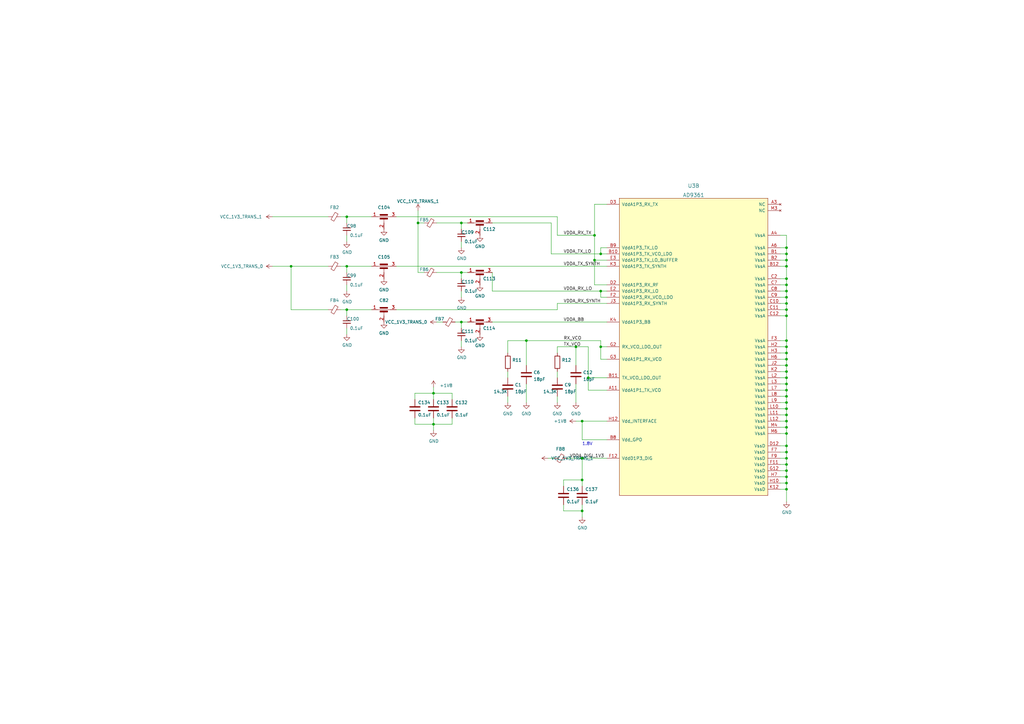
<source format=kicad_sch>
(kicad_sch (version 20220126) (generator eeschema)
  (paper "A3")
  (lib_symbols
    (symbol "7z010_ddr:AD9361" (pin_names (offset 1.016))
      (property "Reference" "U3" (at 0 82.55 0))
      (property "Value" "AD9361" (at 0 78.74 0))
      (symbol "AD9361_1_1"
        (rectangle (start -30.48 77.47) (end 30.48 -77.47) (fill (type background)))
        (pin input line (at -35.56 -6.35 0) (length 5.08) (name "RX2A-") (number "A1"))
        (pin output line (at -35.56 52.07 0) (length 5.08) (name "TX2B+") (number "A10"))
        (pin input line (at -35.56 36.83 0) (length 5.08) (name "TX_EXT_LO_IN") (number "A12"))
        (pin input line (at -35.56 -3.81 0) (length 5.08) (name "RX2A+") (number "A2"))
        (pin input line (at -35.56 41.91 0) (length 5.08) (name "TXMON2") (number "A5"))
        (pin output line (at -35.56 57.15 0) (length 5.08) (name "TX2A-") (number "A7"))
        (pin output line (at -35.56 59.69 0) (length 5.08) (name "TX2A+") (number "A8"))
        (pin output line (at -35.56 49.53 0) (length 5.08) (name "TX2B-") (number "A9"))
        (pin output line (at -35.56 -46.99 0) (length 5.08) (name "AUXDAC1") (number "B3"))
        (pin output line (at -35.56 -62.23 0) (length 5.08) (name "GPO_3") (number "B4"))
        (pin output line (at -35.56 -59.69 0) (length 5.08) (name "GPO_2") (number "B5"))
        (pin output line (at -35.56 -57.15 0) (length 5.08) (name "GPO_1") (number "B6"))
        (pin output line (at -35.56 -54.61 0) (length 5.08) (name "GPO_0") (number "B7"))
        (pin input line (at -35.56 -21.59 0) (length 5.08) (name "RX2C-") (number "C1"))
        (pin output line (at -35.56 -49.53 0) (length 5.08) (name "AUXDAC2") (number "C3"))
        (pin input line (at 35.56 -19.05 180) (length 5.08) (name "TEST/ENABLE") (number "C4"))
        (pin input line (at 35.56 -46.99 180) (length 5.08) (name "CTRL_IN0") (number "C5"))
        (pin input line (at 35.56 -49.53 180) (length 5.08) (name "CTRL_IN1") (number "C6"))
        (pin input line (at -35.56 -19.05 0) (length 5.08) (name "RX2C+") (number "D1"))
        (pin bidirectional line (at 35.56 67.31 180) (length 5.08) (name "P0_D3/TX_D1+") (number "D10"))
        (pin bidirectional line (at 35.56 72.39 180) (length 5.08) (name "P0_D1/TX_D0+") (number "D11"))
        (pin output line (at 35.56 -57.15 180) (length 5.08) (name "CTRL_OUT0") (number "D4"))
        (pin input line (at 35.56 -54.61 180) (length 5.08) (name "CTRL_IN3") (number "D5"))
        (pin input line (at 35.56 -52.07 180) (length 5.08) (name "CTRL_IN2") (number "D6"))
        (pin bidirectional line (at 35.56 52.07 180) (length 5.08) (name "P0_D9/TX_D4+") (number "D7"))
        (pin bidirectional line (at 35.56 57.15 180) (length 5.08) (name "P0_D7/TX_D3+") (number "D8"))
        (pin bidirectional line (at 35.56 62.23 180) (length 5.08) (name "P0_D5/TX_D2+") (number "D9"))
        (pin input line (at -35.56 -11.43 0) (length 5.08) (name "RX2B+") (number "E1"))
        (pin bidirectional line (at 35.56 64.77 180) (length 5.08) (name "P0_D4/TX_D2-") (number "E10"))
        (pin bidirectional line (at 35.56 69.85 180) (length 5.08) (name "P0_D2/TX_D1-") (number "E11"))
        (pin bidirectional line (at 35.56 74.93 180) (length 5.08) (name "P0_D0/TX_D0-") (number "E12"))
        (pin output line (at 35.56 -59.69 180) (length 5.08) (name "CTRL_OUT1") (number "E4"))
        (pin output line (at 35.56 -62.23 180) (length 5.08) (name "CTRL_OUT2") (number "E5"))
        (pin output line (at 35.56 -64.77 180) (length 5.08) (name "CTRL_OUT3") (number "E6"))
        (pin bidirectional line (at 35.56 46.99 180) (length 5.08) (name "P0_D11/TX_D5+") (number "E7"))
        (pin bidirectional line (at 35.56 54.61 180) (length 5.08) (name "P0_D8/TX_D4-") (number "E8"))
        (pin bidirectional line (at 35.56 59.69 180) (length 5.08) (name "P0_D6/TX_D3-") (number "E9"))
        (pin input line (at -35.56 -13.97 0) (length 5.08) (name "RX2B-") (number "F1"))
        (pin input line (at 35.56 -6.35 180) (length 5.08) (name "FB_CLK+") (number "F10"))
        (pin output line (at 35.56 -72.39 180) (length 5.08) (name "CTRL_OUT6") (number "F4"))
        (pin output line (at 35.56 -69.85 180) (length 5.08) (name "CTRL_OUT5") (number "F5"))
        (pin output line (at 35.56 -67.31 180) (length 5.08) (name "CTRL_OUT4") (number "F6"))
        (pin bidirectional line (at 35.56 49.53 180) (length 5.08) (name "P0_D10/TX_D5-") (number "F8"))
        (pin input line (at -35.56 -29.21 0) (length 5.08) (name "RX_EXT_LO_IN") (number "G1"))
        (pin input line (at 35.56 -8.89 180) (length 5.08) (name "FB_CLK-") (number "G10"))
        (pin output line (at 35.56 -3.81 180) (length 5.08) (name "DATA_CLK+") (number "G11"))
        (pin output line (at 35.56 -74.93 180) (length 5.08) (name "CTRL_OUT7") (number "G4"))
        (pin input line (at 35.56 -29.21 180) (length 5.08) (name "EN_AGC") (number "G5"))
        (pin input line (at 35.56 -16.51 180) (length 5.08) (name "ENABLE") (number "G6"))
        (pin output line (at 35.56 6.35 180) (length 5.08) (name "RX_FRAME-") (number "G7"))
        (pin output line (at 35.56 3.81 180) (length 5.08) (name "RX_FRAME+") (number "G8"))
        (pin input line (at 35.56 41.91 180) (length 5.08) (name "TX_FRAME+") (number "G9"))
        (pin input line (at -35.56 11.43 0) (length 5.08) (name "RX1B+") (number "H1"))
        (pin output line (at 35.56 -1.27 180) (length 5.08) (name "DATA_CLK-") (number "H11"))
        (pin output line (at 35.56 -26.67 180) (length 5.08) (name "TX~{RX}") (number "H4"))
        (pin input line (at 35.56 -21.59 180) (length 5.08) (name "SYNC_IN") (number "H5"))
        (pin bidirectional line (at 35.56 8.89 180) (length 5.08) (name "P1_D11/RX_D5+") (number "H8"))
        (pin input line (at 35.56 44.45 180) (length 5.08) (name "TX_FRAME-") (number "H9"))
        (pin input line (at -35.56 8.89 0) (length 5.08) (name "RX1B-") (number "J1"))
        (pin bidirectional line (at 35.56 24.13 180) (length 5.08) (name "P1_D5/RX_D2+") (number "J10"))
        (pin bidirectional line (at 35.56 29.21 180) (length 5.08) (name "P1_D3/RX_D1+") (number "J11"))
        (pin bidirectional line (at 35.56 34.29 180) (length 5.08) (name "P1_D1/RX_D0+") (number "J12"))
        (pin input line (at 35.56 -39.37 180) (length 5.08) (name "SPI_MOSI") (number "J4"))
        (pin input line (at 35.56 -36.83 180) (length 5.08) (name "SPI_CLK") (number "J5"))
        (pin output line (at 35.56 -24.13 180) (length 5.08) (name "CLK_OUT") (number "J6"))
        (pin bidirectional line (at 35.56 11.43 180) (length 5.08) (name "P1_D10/RX_D5-") (number "J7"))
        (pin bidirectional line (at 35.56 13.97 180) (length 5.08) (name "P1_D9/RX_D4+") (number "J8"))
        (pin bidirectional line (at 35.56 19.05 180) (length 5.08) (name "P1_D7/RX_D3+") (number "J9"))
        (pin input line (at -35.56 3.81 0) (length 5.08) (name "RX1C+") (number "K1"))
        (pin bidirectional line (at 35.56 31.75 180) (length 5.08) (name "P1_D2/RX_D1-") (number "K10"))
        (pin bidirectional line (at 35.56 36.83 180) (length 5.08) (name "P1_D0/RX_D0-") (number "K11"))
        (pin input line (at 35.56 -13.97 180) (length 5.08) (name "~{RESET}") (number "K5"))
        (pin input line (at 35.56 -34.29 180) (length 5.08) (name "SPI_~{EN}") (number "K6"))
        (pin bidirectional line (at 35.56 16.51 180) (length 5.08) (name "P1_D8/RX_D4-") (number "K7"))
        (pin bidirectional line (at 35.56 21.59 180) (length 5.08) (name "P1_D6/RX_D3-") (number "K8"))
        (pin bidirectional line (at 35.56 26.67 180) (length 5.08) (name "P1_D4/RX_D2-") (number "K9"))
        (pin input line (at -35.56 1.27 0) (length 5.08) (name "RX1C-") (number "L1"))
        (pin bidirectional line (at -35.56 -74.93 0) (length 5.08) (name "RBIAS") (number "L4"))
        (pin input line (at -35.56 -44.45 0) (length 5.08) (name "AUXADC") (number "L5"))
        (pin output line (at 35.56 -41.91 180) (length 5.08) (name "SPI_MISO") (number "L6"))
        (pin input line (at -35.56 19.05 0) (length 5.08) (name "RX1A+") (number "M1"))
        (pin output line (at -35.56 64.77 0) (length 5.08) (name "TX1B-") (number "M10"))
        (pin bidirectional line (at -35.56 -67.31 0) (length 5.08) (name "XTALP") (number "M11"))
        (pin bidirectional line (at -35.56 -69.85 0) (length 5.08) (name "XTALN") (number "M12"))
        (pin input line (at -35.56 16.51 0) (length 5.08) (name "RX1A-") (number "M2"))
        (pin input line (at -35.56 44.45 0) (length 5.08) (name "TXMON1") (number "M5"))
        (pin output line (at -35.56 74.93 0) (length 5.08) (name "TX1A+") (number "M7"))
        (pin output line (at -35.56 72.39 0) (length 5.08) (name "TX1A-") (number "M8"))
        (pin output line (at -35.56 67.31 0) (length 5.08) (name "TX1B+") (number "M9"))
      )
      (symbol "AD9361_2_1"
        (rectangle (start -30.48 60.96) (end 30.48 -60.96) (fill (type background)))
        (pin power_in line (at -35.56 -17.78 0) (length 5.08) (name "VddA1P1_TX_VCO") (number "A11"))
        (pin no_connect line (at 35.56 58.42 180) (length 5.08) (name "NC") (number "A3"))
        (pin power_in line (at 35.56 45.72 180) (length 5.08) (name "VssA") (number "A4"))
        (pin power_in line (at 35.56 40.64 180) (length 5.08) (name "VssA") (number "A6"))
        (pin power_in line (at 35.56 38.1 180) (length 5.08) (name "VssA") (number "B1"))
        (pin power_in line (at -35.56 38.1 0) (length 5.08) (name "VddA1P3_TX_VCO_LDO") (number "B10"))
        (pin power_out line (at -35.56 -12.7 0) (length 5.08) (name "TX_VCO_LDO_OUT") (number "B11"))
        (pin power_in line (at 35.56 33.02 180) (length 5.08) (name "VssA") (number "B12"))
        (pin power_in line (at 35.56 35.56 180) (length 5.08) (name "VssA") (number "B2"))
        (pin power_in line (at -35.56 -38.1 0) (length 5.08) (name "Vdd_GPO") (number "B8"))
        (pin power_in line (at -35.56 40.64 0) (length 5.08) (name "VddA1P3_TX_LO") (number "B9"))
        (pin power_in line (at 35.56 17.78 180) (length 5.08) (name "VssA") (number "C10"))
        (pin power_in line (at 35.56 15.24 180) (length 5.08) (name "VssA") (number "C11"))
        (pin power_in line (at 35.56 12.7 180) (length 5.08) (name "VssA") (number "C12"))
        (pin power_in line (at 35.56 27.94 180) (length 5.08) (name "VssA") (number "C2"))
        (pin power_in line (at 35.56 25.4 180) (length 5.08) (name "VssA") (number "C7"))
        (pin power_in line (at 35.56 22.86 180) (length 5.08) (name "VssA") (number "C8"))
        (pin power_in line (at 35.56 20.32 180) (length 5.08) (name "VssA") (number "C9"))
        (pin power_in line (at 35.56 -40.64 180) (length 5.08) (name "VssD") (number "D12"))
        (pin power_in line (at -35.56 25.4 0) (length 5.08) (name "VddA1P3_RX_RF") (number "D2"))
        (pin power_in line (at -35.56 58.42 0) (length 5.08) (name "VddA1P3_RX_TX") (number "D3"))
        (pin power_in line (at -35.56 22.86 0) (length 5.08) (name "VddA1P3_RX_LO") (number "E2"))
        (pin power_in line (at -35.56 35.56 0) (length 5.08) (name "VddA1P3_TX_LO_BUFFER") (number "E3"))
        (pin power_in line (at 35.56 -48.26 180) (length 5.08) (name "VssD") (number "F11"))
        (pin power_in line (at -35.56 -45.72 0) (length 5.08) (name "VddD1P3_DIG") (number "F12"))
        (pin power_in line (at -35.56 20.32 0) (length 5.08) (name "VddA1P3_RX_VCO_LDO") (number "F2"))
        (pin power_in line (at 35.56 2.54 180) (length 5.08) (name "VssA") (number "F3"))
        (pin power_in line (at 35.56 -43.18 180) (length 5.08) (name "VssD") (number "F7"))
        (pin power_in line (at 35.56 -45.72 180) (length 5.08) (name "VssD") (number "F9"))
        (pin power_in line (at 35.56 -50.8 180) (length 5.08) (name "VssD") (number "G12"))
        (pin power_out line (at -35.56 0 0) (length 5.08) (name "RX_VCO_LDO_OUT") (number "G2"))
        (pin power_in line (at -35.56 -5.08 0) (length 5.08) (name "VddA1P1_RX_VCO") (number "G3"))
        (pin power_in line (at 35.56 -55.88 180) (length 5.08) (name "VssD") (number "H10"))
        (pin power_in line (at -35.56 -30.48 0) (length 5.08) (name "Vdd_INTERFACE") (number "H12"))
        (pin power_in line (at 35.56 0 180) (length 5.08) (name "VssA") (number "H2"))
        (pin power_in line (at 35.56 -2.54 180) (length 5.08) (name "VssA") (number "H3"))
        (pin power_in line (at 35.56 -5.08 180) (length 5.08) (name "VssA") (number "H6"))
        (pin power_in line (at 35.56 -53.34 180) (length 5.08) (name "VssD") (number "H7"))
        (pin power_in line (at 35.56 -7.62 180) (length 5.08) (name "VssA") (number "J2"))
        (pin power_in line (at -35.56 17.78 0) (length 5.08) (name "VddA1P3_RX_SYNTH") (number "J3"))
        (pin power_in line (at 35.56 -58.42 180) (length 5.08) (name "VssD") (number "K12"))
        (pin power_in line (at 35.56 -10.16 180) (length 5.08) (name "VssA") (number "K2"))
        (pin power_in line (at -35.56 33.02 0) (length 5.08) (name "VddA1P3_TX_SYNTH") (number "K3"))
        (pin power_in line (at -35.56 10.16 0) (length 5.08) (name "VddA1P3_BB") (number "K4"))
        (pin power_in line (at 35.56 -25.4 180) (length 5.08) (name "VssA") (number "L10"))
        (pin power_in line (at 35.56 -27.94 180) (length 5.08) (name "VssA") (number "L11"))
        (pin power_in line (at 35.56 -30.48 180) (length 5.08) (name "VssA") (number "L12"))
        (pin power_in line (at 35.56 -12.7 180) (length 5.08) (name "VssA") (number "L2"))
        (pin power_in line (at 35.56 -15.24 180) (length 5.08) (name "VssA") (number "L3"))
        (pin power_in line (at 35.56 -17.78 180) (length 5.08) (name "VssA") (number "L7"))
        (pin power_in line (at 35.56 -20.32 180) (length 5.08) (name "VssA") (number "L8"))
        (pin power_in line (at 35.56 -22.86 180) (length 5.08) (name "VssA") (number "L9"))
        (pin no_connect line (at 35.56 55.88 180) (length 5.08) (name "NC") (number "M3"))
        (pin power_in line (at 35.56 -33.02 180) (length 5.08) (name "VssA") (number "M4"))
        (pin power_in line (at 35.56 -35.56 180) (length 5.08) (name "VssA") (number "M6"))
      )
    )
    (symbol "7z010_ddr:VCC_1V3_TRANS_0" (power) (pin_names (offset 0))
      (property "Value" "VCC_1V3_TRANS_0" (at 0 3.81 0))
      (symbol "VCC_1V3_TRANS_0_0_1"
        (polyline (pts (xy -0.762 1.27) (xy 0 2.54)))
        (polyline (pts (xy 0 0) (xy 0 2.54)))
        (polyline (pts (xy 0 2.54) (xy 0.762 1.27)))
      )
      (symbol "VCC_1V3_TRANS_0_1_1"
        (pin power_in line (at 0 0 90) (length 0) hide (name "VCC_1V3_TRANS_0") (number "1"))
      )
    )
    (symbol "7z010_ddr:VCC_1V3_TRANS_1" (power) (pin_names (offset 0))
      (property "Value" "VCC_1V3_TRANS_1" (at 0 3.81 0))
      (symbol "VCC_1V3_TRANS_1_0_1"
        (polyline (pts (xy -0.762 1.27) (xy 0 2.54)))
        (polyline (pts (xy 0 0) (xy 0 2.54)))
        (polyline (pts (xy 0 2.54) (xy 0.762 1.27)))
      )
      (symbol "VCC_1V3_TRANS_1_1_1"
        (pin power_in line (at 0 0 90) (length 0) hide (name "VCC_1V3_TRANS_1") (number "1"))
      )
    )
    (symbol "Device:C" (pin_numbers hide) (pin_names (offset 0.254))
      (property "Reference" "C" (at 0.635 2.54 0))
      (property "Value" "C" (at 0.635 -2.54 0))
      (symbol "C_0_1"
        (polyline (pts (xy -2.032 -0.762) (xy 2.032 -0.762)) (stroke (width 0.508)))
        (polyline (pts (xy -2.032 0.762) (xy 2.032 0.762)) (stroke (width 0.508)))
      )
      (symbol "C_1_1"
        (pin passive line (at 0 3.81 270) (length 2.794) (name "~") (number "1"))
        (pin passive line (at 0 -3.81 90) (length 2.794) (name "~") (number "2"))
      )
    )
    (symbol "Device:C_Feedthrough" (pin_names (offset 0.254) hide)
      (property "Reference" "C" (at 0 7.62 0))
      (property "Value" "C_Feedthrough" (at 0 5.715 0))
      (symbol "C_Feedthrough_0_1"
        (rectangle (start -1.651 1.524) (end 1.524 2.032) (fill (type outline)))
        (polyline (pts (xy -2.54 2.54) (xy 2.54 2.54)))
        (polyline (pts (xy 0 0) (xy 0 1.778)))
        (rectangle (start 1.524 3.048) (end -1.651 3.556) (fill (type outline)))
      )
      (symbol "C_Feedthrough_1_1"
        (pin passive line (at -5.08 2.54 0) (length 2.54) (name "1") (number "1"))
        (pin passive line (at 0 -2.54 90) (length 2.54) (name "2") (number "2"))
        (pin passive line (at 5.08 2.54 180) (length 2.54) (name "3") (number "3"))
      )
    )
    (symbol "Device:C_Small" (pin_numbers hide) (pin_names (offset 0.254) hide)
      (property "Reference" "C" (at 0.254 1.778 0))
      (property "Value" "C_Small" (at 0.254 -2.032 0))
      (symbol "C_Small_0_1"
        (polyline (pts (xy -1.524 -0.508) (xy 1.524 -0.508)) (stroke (width 0.3302)))
        (polyline (pts (xy -1.524 0.508) (xy 1.524 0.508)) (stroke (width 0.3048)))
      )
      (symbol "C_Small_1_1"
        (pin passive line (at 0 2.54 270) (length 2.032) (name "~") (number "1"))
        (pin passive line (at 0 -2.54 90) (length 2.032) (name "~") (number "2"))
      )
    )
    (symbol "Device:FerriteBead_Small" (pin_numbers hide) (pin_names (offset 0))
      (property "Reference" "FB" (at 1.905 1.27 0))
      (property "Value" "FerriteBead_Small" (at 1.905 -1.27 0))
      (symbol "FerriteBead_Small_0_1"
        (polyline (pts (xy 0 -1.27) (xy 0 -0.7874)))
        (polyline (pts (xy 0 0.889) (xy 0 1.2954)))
        (polyline (pts (xy -1.8288 0.2794) (xy -1.1176 1.4986) (xy 1.8288 -0.2032) (xy 1.1176 -1.4224) (xy -1.8288 0.2794)))
      )
      (symbol "FerriteBead_Small_1_1"
        (pin passive line (at 0 2.54 270) (length 1.27) (name "~") (number "1"))
        (pin passive line (at 0 -2.54 90) (length 1.27) (name "~") (number "2"))
      )
    )
    (symbol "Device:R" (pin_numbers hide) (pin_names (offset 0))
      (property "Reference" "R" (at 2.032 0 90))
      (property "Value" "R" (at 0 0 90))
      (symbol "R_0_1"
        (rectangle (start -1.016 -2.54) (end 1.016 2.54) (stroke (width 0.254)))
      )
      (symbol "R_1_1"
        (pin passive line (at 0 3.81 270) (length 1.27) (name "~") (number "1"))
        (pin passive line (at 0 -3.81 90) (length 1.27) (name "~") (number "2"))
      )
    )
    (symbol "power:+1V8" (power) (pin_names (offset 0))
      (property "Value" "+1V8" (at 0 3.556 0))
      (symbol "+1V8_0_1"
        (polyline (pts (xy -0.762 1.27) (xy 0 2.54)))
        (polyline (pts (xy 0 0) (xy 0 2.54)))
        (polyline (pts (xy 0 2.54) (xy 0.762 1.27)))
      )
      (symbol "+1V8_1_1"
        (pin power_in line (at 0 0 90) (length 0) hide (name "+1V8") (number "1"))
      )
    )
    (symbol "power:GND" (power) (pin_names (offset 0))
      (property "Value" "GND" (at 0 -3.81 0))
      (symbol "GND_0_1"
        (polyline (pts (xy 0 0) (xy 0 -1.27) (xy 1.27 -1.27) (xy 0 -2.54) (xy -1.27 -1.27) (xy 0 -1.27)))
      )
      (symbol "GND_1_1"
        (pin power_in line (at 0 0 270) (length 0) hide (name "GND") (number "1"))
      )
    )
  )
  (junction (at 189.23 91.44))
  (junction (at 322.58 152.4))
  (junction (at 322.58 160.02))
  (junction (at 322.58 106.68))
  (junction (at 322.58 157.48))
  (junction (at 322.58 147.32))
  (junction (at 322.58 162.56))
  (junction (at 322.58 198.12))
  (junction (at 322.58 195.58))
  (junction (at 142.24 127))
  (junction (at 241.3 154.94))
  (junction (at 322.58 119.38))
  (junction (at 322.58 165.1))
  (junction (at 322.58 101.6))
  (junction (at 322.58 167.64))
  (junction (at 322.58 114.3))
  (junction (at 322.58 104.14))
  (junction (at 322.58 154.94))
  (junction (at 246.38 142.24))
  (junction (at 322.58 175.26))
  (junction (at 177.8 173.99))
  (junction (at 189.23 111.76))
  (junction (at 189.23 132.08))
  (junction (at 322.58 177.8))
  (junction (at 322.58 144.78))
  (junction (at 322.58 127))
  (junction (at 322.58 182.88))
  (junction (at 246.38 119.38))
  (junction (at 238.76 209.55))
  (junction (at 322.58 116.84))
  (junction (at 238.76 172.72))
  (junction (at 119.38 109.22))
  (junction (at 322.58 149.86))
  (junction (at 322.58 200.66))
  (junction (at 142.24 109.22))
  (junction (at 322.58 109.22))
  (junction (at 177.8 161.29))
  (junction (at 322.58 142.24))
  (junction (at 322.58 170.18))
  (junction (at 246.38 104.14))
  (junction (at 238.76 196.85))
  (junction (at 322.58 139.7))
  (junction (at 322.58 121.92))
  (junction (at 322.58 124.46))
  (junction (at 322.58 187.96))
  (junction (at 322.58 190.5))
  (junction (at 322.58 193.04))
  (junction (at 243.84 106.68))
  (junction (at 236.22 142.24))
  (junction (at 322.58 172.72))
  (junction (at 322.58 185.42))
  (junction (at 171.45 91.44))
  (junction (at 215.9 139.7))
  (junction (at 238.76 187.96))
  (junction (at 322.58 129.54))
  (junction (at 142.24 88.9))
  (junction (at 243.84 96.52))
  (wire (pts (xy 189.23 111.76) (xy 191.77 111.76)))
  (wire (pts (xy 162.56 127) (xy 228.6 127)))
  (wire (pts (xy 243.84 106.68) (xy 243.84 96.52)))
  (wire (pts (xy 322.58 147.32) (xy 320.04 147.32)))
  (wire (pts (xy 322.58 96.52) (xy 322.58 101.6)))
  (wire (pts (xy 189.23 139.7) (xy 189.23 142.24)))
  (wire (pts (xy 322.58 172.72) (xy 320.04 172.72)))
  (wire (pts (xy 322.58 205.74) (xy 322.58 200.66)))
  (wire (pts (xy 322.58 175.26) (xy 322.58 177.8)))
  (wire (pts (xy 322.58 182.88) (xy 320.04 182.88)))
  (wire (pts (xy 322.58 152.4) (xy 322.58 154.94)))
  (wire (pts (xy 177.8 171.45) (xy 177.8 173.99)))
  (wire (pts (xy 322.58 121.92) (xy 322.58 124.46)))
  (wire (pts (xy 228.6 127) (xy 228.6 124.46)))
  (wire (pts (xy 322.58 142.24) (xy 320.04 142.24)))
  (wire (pts (xy 322.58 193.04) (xy 322.58 195.58)))
  (wire (pts (xy 322.58 104.14) (xy 322.58 106.68)))
  (wire (pts (xy 238.76 187.96) (xy 238.76 196.85)))
  (wire (pts (xy 248.92 119.38) (xy 246.38 119.38)))
  (wire (pts (xy 322.58 124.46) (xy 322.58 127)))
  (wire (pts (xy 322.58 162.56) (xy 320.04 162.56)))
  (wire (pts (xy 201.93 119.38) (xy 246.38 119.38)))
  (wire (pts (xy 177.8 161.29) (xy 177.8 158.75)))
  (wire (pts (xy 162.56 109.22) (xy 248.92 109.22)))
  (wire (pts (xy 246.38 139.7) (xy 215.9 139.7)))
  (wire (pts (xy 322.58 114.3) (xy 322.58 116.84)))
  (wire (pts (xy 111.76 109.22) (xy 119.38 109.22)))
  (wire (pts (xy 215.9 165.1) (xy 215.9 157.48)))
  (wire (pts (xy 201.93 119.38) (xy 201.93 111.76)))
  (wire (pts (xy 171.45 91.44) (xy 171.45 86.36)))
  (wire (pts (xy 322.58 149.86) (xy 320.04 149.86)))
  (wire (pts (xy 243.84 83.82) (xy 248.92 83.82)))
  (wire (pts (xy 322.58 185.42) (xy 322.58 187.96)))
  (wire (pts (xy 322.58 190.5) (xy 322.58 193.04)))
  (wire (pts (xy 322.58 160.02) (xy 320.04 160.02)))
  (wire (pts (xy 228.6 162.56) (xy 228.6 165.1)))
  (wire (pts (xy 179.07 132.08) (xy 181.61 132.08)))
  (wire (pts (xy 177.8 163.83) (xy 177.8 161.29)))
  (wire (pts (xy 208.28 139.7) (xy 208.28 144.78)))
  (wire (pts (xy 243.84 96.52) (xy 243.84 83.82)))
  (wire (pts (xy 322.58 96.52) (xy 320.04 96.52)))
  (wire (pts (xy 322.58 167.64) (xy 322.58 170.18)))
  (wire (pts (xy 322.58 157.48) (xy 322.58 160.02)))
  (wire (pts (xy 170.18 161.29) (xy 177.8 161.29)))
  (wire (pts (xy 162.56 88.9) (xy 228.6 88.9)))
  (wire (pts (xy 322.58 104.14) (xy 320.04 104.14)))
  (wire (pts (xy 243.84 116.84) (xy 243.84 106.68)))
  (wire (pts (xy 189.23 132.08) (xy 191.77 132.08)))
  (wire (pts (xy 322.58 121.92) (xy 320.04 121.92)))
  (wire (pts (xy 322.58 190.5) (xy 320.04 190.5)))
  (wire (pts (xy 170.18 171.45) (xy 170.18 173.99)))
  (wire (pts (xy 185.42 163.83) (xy 185.42 161.29)))
  (wire (pts (xy 241.3 154.94) (xy 241.3 142.24)))
  (wire (pts (xy 185.42 171.45) (xy 185.42 173.99)))
  (wire (pts (xy 215.9 139.7) (xy 208.28 139.7)))
  (wire (pts (xy 246.38 142.24) (xy 248.92 142.24)))
  (wire (pts (xy 189.23 132.08) (xy 189.23 134.62)))
  (wire (pts (xy 179.07 111.76) (xy 189.23 111.76)))
  (wire (pts (xy 322.58 157.48) (xy 320.04 157.48)))
  (wire (pts (xy 139.7 127) (xy 142.24 127)))
  (wire (pts (xy 142.24 134.62) (xy 142.24 137.16)))
  (wire (pts (xy 228.6 152.4) (xy 228.6 154.94)))
  (wire (pts (xy 171.45 111.76) (xy 173.99 111.76)))
  (wire (pts (xy 231.14 199.39) (xy 231.14 196.85)))
  (wire (pts (xy 241.3 154.94) (xy 248.92 154.94)))
  (wire (pts (xy 322.58 177.8) (xy 322.58 182.88)))
  (wire (pts (xy 142.24 88.9) (xy 152.4 88.9)))
  (wire (pts (xy 322.58 182.88) (xy 322.58 185.42)))
  (wire (pts (xy 177.8 176.53) (xy 177.8 173.99)))
  (wire (pts (xy 322.58 165.1) (xy 320.04 165.1)))
  (wire (pts (xy 231.14 207.01) (xy 231.14 209.55)))
  (wire (pts (xy 201.93 91.44) (xy 226.06 91.44)))
  (wire (pts (xy 322.58 119.38) (xy 320.04 119.38)))
  (wire (pts (xy 226.06 104.14) (xy 226.06 91.44)))
  (wire (pts (xy 322.58 152.4) (xy 320.04 152.4)))
  (wire (pts (xy 322.58 162.56) (xy 322.58 165.1)))
  (wire (pts (xy 208.28 162.56) (xy 208.28 165.1)))
  (wire (pts (xy 322.58 187.96) (xy 322.58 190.5)))
  (wire (pts (xy 241.3 160.02) (xy 248.92 160.02)))
  (wire (pts (xy 142.24 88.9) (xy 142.24 91.44)))
  (wire (pts (xy 232.41 187.96) (xy 238.76 187.96)))
  (wire (pts (xy 322.58 198.12) (xy 322.58 200.66)))
  (wire (pts (xy 322.58 129.54) (xy 320.04 129.54)))
  (wire (pts (xy 322.58 116.84) (xy 322.58 119.38)))
  (wire (pts (xy 226.06 104.14) (xy 246.38 104.14)))
  (wire (pts (xy 322.58 200.66) (xy 320.04 200.66)))
  (wire (pts (xy 322.58 149.86) (xy 322.58 152.4)))
  (wire (pts (xy 228.6 96.52) (xy 243.84 96.52)))
  (wire (pts (xy 236.22 172.72) (xy 238.76 172.72)))
  (wire (pts (xy 322.58 106.68) (xy 320.04 106.68)))
  (wire (pts (xy 139.7 88.9) (xy 142.24 88.9)))
  (wire (pts (xy 238.76 187.96) (xy 248.92 187.96)))
  (wire (pts (xy 177.8 161.29) (xy 185.42 161.29)))
  (wire (pts (xy 238.76 172.72) (xy 238.76 180.34)))
  (wire (pts (xy 322.58 154.94) (xy 320.04 154.94)))
  (wire (pts (xy 189.23 99.06) (xy 189.23 101.6)))
  (wire (pts (xy 238.76 212.09) (xy 238.76 209.55)))
  (wire (pts (xy 142.24 96.52) (xy 142.24 99.06)))
  (wire (pts (xy 322.58 101.6) (xy 320.04 101.6)))
  (wire (pts (xy 322.58 119.38) (xy 322.58 121.92)))
  (wire (pts (xy 189.23 91.44) (xy 189.23 93.98)))
  (wire (pts (xy 322.58 170.18) (xy 322.58 172.72)))
  (wire (pts (xy 322.58 127) (xy 322.58 129.54)))
  (wire (pts (xy 224.79 187.96) (xy 227.33 187.96)))
  (wire (pts (xy 322.58 147.32) (xy 322.58 149.86)))
  (wire (pts (xy 228.6 124.46) (xy 248.92 124.46)))
  (wire (pts (xy 322.58 154.94) (xy 322.58 157.48)))
  (wire (pts (xy 322.58 177.8) (xy 320.04 177.8)))
  (wire (pts (xy 238.76 207.01) (xy 238.76 209.55)))
  (wire (pts (xy 322.58 144.78) (xy 320.04 144.78)))
  (wire (pts (xy 248.92 104.14) (xy 246.38 104.14)))
  (wire (pts (xy 322.58 139.7) (xy 320.04 139.7)))
  (wire (pts (xy 119.38 127) (xy 134.62 127)))
  (wire (pts (xy 246.38 101.6) (xy 248.92 101.6)))
  (wire (pts (xy 173.99 91.44) (xy 171.45 91.44)))
  (wire (pts (xy 186.69 132.08) (xy 189.23 132.08)))
  (wire (pts (xy 322.58 175.26) (xy 320.04 175.26)))
  (wire (pts (xy 246.38 147.32) (xy 246.38 142.24)))
  (wire (pts (xy 322.58 139.7) (xy 322.58 142.24)))
  (wire (pts (xy 322.58 124.46) (xy 320.04 124.46)))
  (wire (pts (xy 322.58 129.54) (xy 322.58 139.7)))
  (wire (pts (xy 322.58 195.58) (xy 322.58 198.12)))
  (wire (pts (xy 322.58 116.84) (xy 320.04 116.84)))
  (wire (pts (xy 246.38 119.38) (xy 246.38 121.92)))
  (wire (pts (xy 142.24 109.22) (xy 142.24 111.76)))
  (wire (pts (xy 238.76 199.39) (xy 238.76 196.85)))
  (wire (pts (xy 238.76 180.34) (xy 248.92 180.34)))
  (wire (pts (xy 228.6 142.24) (xy 236.22 142.24)))
  (wire (pts (xy 231.14 209.55) (xy 238.76 209.55)))
  (wire (pts (xy 142.24 109.22) (xy 152.4 109.22)))
  (wire (pts (xy 246.38 104.14) (xy 246.38 101.6)))
  (wire (pts (xy 322.58 193.04) (xy 320.04 193.04)))
  (wire (pts (xy 170.18 173.99) (xy 177.8 173.99)))
  (wire (pts (xy 208.28 152.4) (xy 208.28 154.94)))
  (wire (pts (xy 243.84 106.68) (xy 248.92 106.68)))
  (wire (pts (xy 111.76 88.9) (xy 134.62 88.9)))
  (wire (pts (xy 322.58 114.3) (xy 320.04 114.3)))
  (wire (pts (xy 322.58 187.96) (xy 320.04 187.96)))
  (wire (pts (xy 228.6 142.24) (xy 228.6 144.78)))
  (wire (pts (xy 236.22 165.1) (xy 236.22 157.48)))
  (wire (pts (xy 322.58 198.12) (xy 320.04 198.12)))
  (wire (pts (xy 322.58 144.78) (xy 322.58 147.32)))
  (wire (pts (xy 189.23 119.38) (xy 189.23 121.92)))
  (wire (pts (xy 246.38 121.92) (xy 248.92 121.92)))
  (wire (pts (xy 248.92 147.32) (xy 246.38 147.32)))
  (wire (pts (xy 322.58 127) (xy 320.04 127)))
  (wire (pts (xy 142.24 127) (xy 142.24 129.54)))
  (wire (pts (xy 322.58 195.58) (xy 320.04 195.58)))
  (wire (pts (xy 189.23 111.76) (xy 189.23 114.3)))
  (wire (pts (xy 322.58 109.22) (xy 322.58 114.3)))
  (wire (pts (xy 322.58 101.6) (xy 322.58 104.14)))
  (wire (pts (xy 119.38 109.22) (xy 119.38 127)))
  (wire (pts (xy 248.92 116.84) (xy 243.84 116.84)))
  (wire (pts (xy 142.24 116.84) (xy 142.24 119.38)))
  (wire (pts (xy 322.58 142.24) (xy 322.58 144.78)))
  (wire (pts (xy 228.6 96.52) (xy 228.6 88.9)))
  (wire (pts (xy 238.76 172.72) (xy 248.92 172.72)))
  (wire (pts (xy 322.58 165.1) (xy 322.58 167.64)))
  (wire (pts (xy 179.07 91.44) (xy 189.23 91.44)))
  (wire (pts (xy 322.58 172.72) (xy 322.58 175.26)))
  (wire (pts (xy 246.38 142.24) (xy 246.38 139.7)))
  (wire (pts (xy 322.58 167.64) (xy 320.04 167.64)))
  (wire (pts (xy 322.58 109.22) (xy 320.04 109.22)))
  (wire (pts (xy 189.23 91.44) (xy 191.77 91.44)))
  (wire (pts (xy 171.45 91.44) (xy 171.45 111.76)))
  (wire (pts (xy 322.58 106.68) (xy 322.58 109.22)))
  (wire (pts (xy 201.93 132.08) (xy 248.92 132.08)))
  (wire (pts (xy 241.3 142.24) (xy 236.22 142.24)))
  (wire (pts (xy 236.22 149.86) (xy 236.22 142.24)))
  (wire (pts (xy 139.7 109.22) (xy 142.24 109.22)))
  (wire (pts (xy 241.3 154.94) (xy 241.3 160.02)))
  (wire (pts (xy 170.18 163.83) (xy 170.18 161.29)))
  (wire (pts (xy 322.58 160.02) (xy 322.58 162.56)))
  (wire (pts (xy 119.38 109.22) (xy 134.62 109.22)))
  (wire (pts (xy 322.58 170.18) (xy 320.04 170.18)))
  (wire (pts (xy 322.58 185.42) (xy 320.04 185.42)))
  (wire (pts (xy 142.24 127) (xy 152.4 127)))
  (wire (pts (xy 177.8 173.99) (xy 185.42 173.99)))
  (wire (pts (xy 231.14 196.85) (xy 238.76 196.85)))
  (wire (pts (xy 215.9 139.7) (xy 215.9 149.86)))
  (text "1.8V\n" (at 238.76 182.88 0) (effects (font (size 1.27 1.27)) (justify left bottom)))
  (label "VDDA_TX_LO" (at 231.14 104.14 0))
  (label "VDDA_DIGI_1V3" (at 233.68 187.96 0))
  (label "VDDA_RX_SYNTH" (at 231.14 124.46 0))
  (label "VDDA_RX_LO" (at 231.14 119.38 0))
  (label "VDDA_BB" (at 231.14 132.08 0))
  (label "VDDA_RX_TX" (at 231.14 96.52 0))
  (label "TX_VCO" (at 231.14 142.24 0))
  (label "VDDA_TX_SYNTH" (at 231.14 109.22 0))
  (label "RX_VCO" (at 231.14 139.7 0))
  (symbol (lib_id "power:GND") (at 196.85 96.52 0) (unit 1)
    (property "Reference" "#PWR0193" (effects hide))
    (property "Value" "GND" (at 196.85 101.0826 0))
  )
  (symbol (lib_id "Device:C_Small") (at 189.23 96.52 0) (unit 1)
    (property "Reference" "C109" (at 189.23 95.25 0) (effects (justify left)))
    (property "Value" "0.1uF" (at 190.5 99.06 0) (effects (justify left)))
    (property "Footprint" "Capacitor_SMD:C_0201_0603Metric" (effects hide))
  )
  (symbol (lib_id "power:GND") (at 157.48 93.98 0) (unit 1)
    (property "Reference" "#PWR0180" (effects hide))
    (property "Value" "GND" (at 157.48 98.5426 0))
  )
  (symbol (lib_id "Device:C") (at 231.14 203.2 0) (unit 1)
    (property "Reference" "C136" (at 232.41 200.66 0) (effects (justify left)))
    (property "Value" "0.1uF" (at 232.41 205.74 0) (effects (justify left)))
    (property "Footprint" "Capacitor_SMD:C_0201_0603Metric" (effects hide))
  )
  (symbol (lib_id "Device:C_Feedthrough") (at 157.48 129.54 0) (unit 1)
    (property "Reference" "C82" (at 157.48 123.19 0))
    (property "Value" "NFM15PC146R0G3D" (effects hide))
    (property "Footprint" "Capacitor_SMD_Local:C_0402_1005Metric" (effects hide))
  )
  (symbol (lib_id "power:GND") (at 196.85 137.16 0) (unit 1)
    (property "Reference" "#PWR0189" (effects hide))
    (property "Value" "GND" (at 196.85 141.7226 0))
  )
  (symbol (lib_id "7z010_ddr:VCC_1V3_TRANS_1") (at 224.79 187.96 90) (unit 1)
    (property "Reference" "#PWR0273" (effects hide))
    (property "Value" "VCC_1V3_TRANS_1" (at 226.06 187.96 90) (effects (justify right)))
  )
  (symbol (lib_id "7z010_ddr:VCC_1V3_TRANS_0") (at 179.07 132.08 90) (unit 1)
    (property "Reference" "#PWR0270" (effects hide))
    (property "Value" "VCC_1V3_TRANS_0" (at 175.26 132.08 90) (effects (justify left)))
  )
  (symbol (lib_id "power:GND") (at 177.8 176.53 0) (unit 1)
    (property "Reference" "#PWR0240" (effects hide))
    (property "Value" "GND" (at 177.927 180.9242 0))
  )
  (symbol (lib_id "power:GND") (at 142.24 119.38 0) (unit 1)
    (property "Reference" "#PWR0185" (effects hide))
    (property "Value" "GND" (at 142.367 123.7742 0))
  )
  (symbol (lib_id "Device:FerriteBead_Small") (at 184.15 132.08 270) (unit 1)
    (property "Reference" "FB7" (at 180.34 130.81 90))
    (property "Value" "FerriteBead_Small" (effects hide))
    (property "Footprint" "Capacitor_SMD:C_0201_0603Metric" (effects hide))
  )
  (symbol (lib_id "Device:C_Small") (at 189.23 137.16 0) (unit 1)
    (property "Reference" "C111" (at 189.23 135.89 0) (effects (justify left)))
    (property "Value" "0.1uF" (at 190.5 139.7 0) (effects (justify left)))
    (property "Footprint" "Capacitor_SMD:C_0201_0603Metric" (effects hide))
  )
  (symbol (lib_id "Device:C") (at 208.28 158.75 0) (unit 1)
    (property "Reference" "C1" (at 211.2011 157.8415 0) (effects (justify left)))
    (property "Value" "18pF" (at 211.2011 160.6166 0) (effects (justify left)))
    (property "Footprint" "Capacitor_SMD:C_0201_0603Metric" (effects hide))
  )
  (symbol (lib_id "Device:FerriteBead_Small") (at 137.16 88.9 270) (unit 1)
    (property "Reference" "FB2" (at 137.1981 85.09 90))
    (property "Value" "FerriteBead_Small" (effects hide))
    (property "Footprint" "Capacitor_SMD:C_0201_0603Metric" (effects hide))
  )
  (symbol (lib_id "power:+1V8") (at 236.22 172.72 90) (unit 1)
    (property "Reference" "#PWR0133" (effects hide))
    (property "Value" "+1V8" (at 232.41 172.7199 90) (effects (justify left)))
  )
  (symbol (lib_id "Device:FerriteBead_Small") (at 176.53 111.76 270) (unit 1)
    (property "Reference" "FB6" (at 173.99 110.49 90))
    (property "Value" "FerriteBead_Small" (effects hide))
    (property "Footprint" "Capacitor_SMD:C_0201_0603Metric" (effects hide))
  )
  (symbol (lib_id "Device:FerriteBead_Small") (at 229.87 187.96 270) (unit 1)
    (property "Reference" "FB8" (at 229.9081 184.15 90))
    (property "Value" "FerriteBead_Small" (effects hide))
    (property "Footprint" "Capacitor_SMD:C_0201_0603Metric" (effects hide))
  )
  (symbol (lib_id "power:+1V8") (at 177.8 158.75 0) (unit 1)
    (property "Reference" "#PWR0241" (effects hide))
    (property "Value" "+1V8" (at 180.34 158.115 0) (effects (justify left)))
  )
  (symbol (lib_id "Device:R") (at 228.6 148.59 0) (unit 1)
    (property "Reference" "R12" (at 230.378 147.6815 0) (effects (justify left)))
    (property "Value" "14.3K" (at 222.758 160.6166 0) (effects (justify left)))
    (property "Footprint" "Resistor_SMD:R_0201_0603Metric" (effects hide))
  )
  (symbol (lib_id "power:GND") (at 142.24 99.06 0) (unit 1)
    (property "Reference" "#PWR0182" (effects hide))
    (property "Value" "GND" (at 142.367 103.4542 0))
  )
  (symbol (lib_id "Device:C") (at 236.22 153.67 0) (unit 1)
    (property "Reference" "C12" (at 239.1411 152.7615 0) (effects (justify left)))
    (property "Value" "18pF" (at 239.1411 155.5366 0) (effects (justify left)))
    (property "Footprint" "Capacitor_SMD:C_0201_0603Metric" (effects hide))
  )
  (symbol (lib_id "Device:FerriteBead_Small") (at 176.53 91.44 270) (unit 1)
    (property "Reference" "FB5" (at 173.99 90.17 90))
    (property "Value" "FerriteBead_Small" (effects hide))
    (property "Footprint" "Capacitor_SMD:C_0201_0603Metric" (effects hide))
  )
  (symbol (lib_id "Device:C_Feedthrough") (at 196.85 134.62 0) (unit 1)
    (property "Reference" "C114" (at 200.66 134.62 0))
    (property "Value" "NFM15PC146R0G3D" (effects hide))
    (property "Footprint" "Capacitor_SMD_Local:C_0402_1005Metric" (effects hide))
  )
  (symbol (lib_id "Device:C_Feedthrough") (at 157.48 91.44 0) (unit 1)
    (property "Reference" "C104" (at 157.48 85.09 0))
    (property "Value" "NFM15PC146R0G3D" (effects hide))
    (property "Footprint" "Capacitor_SMD_Local:C_0402_1005Metric" (effects hide))
  )
  (symbol (lib_id "Device:C") (at 185.42 167.64 0) (unit 1)
    (property "Reference" "C132" (at 186.69 165.1 0) (effects (justify left)))
    (property "Value" "0.1uF" (at 186.69 170.18 0) (effects (justify left)))
    (property "Footprint" "Capacitor_SMD:C_0201_0603Metric" (effects hide))
  )
  (symbol (lib_id "Device:R") (at 208.28 148.59 0) (unit 1)
    (property "Reference" "R11" (at 210.058 147.6815 0) (effects (justify left)))
    (property "Value" "14.3K" (at 202.438 160.6166 0) (effects (justify left)))
    (property "Footprint" "Resistor_SMD:R_0201_0603Metric" (effects hide))
  )
  (symbol (lib_id "7z010_ddr:AD9361") (at 284.48 142.24 0) (unit 2)
    (property "Reference" "U3" (at 284.48 76.2 0) (effects (font (size 1.524 1.524))))
    (property "Value" "AD9361" (at 284.48 80.01 0) (effects (font (size 1.524 1.524))))
    (property "Footprint" "RF_Transceiver:bga-100_10_10_1p32_0p8" (effects hide))
  )
  (symbol (lib_id "Device:C") (at 228.6 158.75 0) (unit 1)
    (property "Reference" "C9" (at 231.5211 157.8415 0) (effects (justify left)))
    (property "Value" "18pF" (at 231.5211 160.6166 0) (effects (justify left)))
    (property "Footprint" "Capacitor_SMD:C_0201_0603Metric" (effects hide))
  )
  (symbol (lib_id "7z010_ddr:VCC_1V3_TRANS_0") (at 111.76 109.22 90) (unit 1)
    (property "Reference" "#PWR0271" (effects hide))
    (property "Value" "VCC_1V3_TRANS_0" (at 107.95 109.22 90) (effects (justify left)))
  )
  (symbol (lib_id "Device:FerriteBead_Small") (at 137.16 127 270) (unit 1)
    (property "Reference" "FB4" (at 137.1981 123.19 90))
    (property "Value" "FerriteBead_Small" (effects hide))
    (property "Footprint" "Capacitor_SMD:C_0201_0603Metric" (effects hide))
  )
  (symbol (lib_id "Device:C_Feedthrough") (at 196.85 114.3 0) (unit 1)
    (property "Reference" "C113" (at 200.66 114.3 0))
    (property "Value" "NFM15PC146R0G3D" (effects hide))
    (property "Footprint" "Capacitor_SMD_Local:C_0402_1005Metric" (effects hide))
  )
  (symbol (lib_id "Device:FerriteBead_Small") (at 137.16 109.22 270) (unit 1)
    (property "Reference" "FB3" (at 137.1981 105.41 90))
    (property "Value" "FerriteBead_Small" (effects hide))
    (property "Footprint" "Capacitor_SMD:C_0201_0603Metric" (effects hide))
  )
  (symbol (lib_id "Device:C") (at 238.76 203.2 0) (unit 1)
    (property "Reference" "C137" (at 240.03 200.66 0) (effects (justify left)))
    (property "Value" "0.1uF" (at 240.03 205.74 0) (effects (justify left)))
    (property "Footprint" "Capacitor_SMD:C_0201_0603Metric" (effects hide))
  )
  (symbol (lib_id "Device:C_Small") (at 142.24 132.08 0) (unit 1)
    (property "Reference" "C100" (at 142.24 130.81 0) (effects (justify left)))
    (property "Value" "0.1uF" (at 143.51 134.62 0) (effects (justify left)))
    (property "Footprint" "Capacitor_SMD:C_0201_0603Metric" (effects hide))
  )
  (symbol (lib_id "power:GND") (at 189.23 121.92 0) (unit 1)
    (property "Reference" "#PWR0195" (effects hide))
    (property "Value" "GND" (at 189.357 126.3142 0))
  )
  (symbol (lib_id "7z010_ddr:VCC_1V3_TRANS_1") (at 111.76 88.9 90) (unit 1)
    (property "Reference" "#PWR0272" (effects hide))
    (property "Value" "VCC_1V3_TRANS_1" (at 90.17 88.9 90) (effects (justify right)))
  )
  (symbol (lib_id "Device:C_Small") (at 142.24 114.3 0) (unit 1)
    (property "Reference" "C99" (at 142.24 113.03 0) (effects (justify left)))
    (property "Value" "0.1uF" (at 143.51 116.84 0) (effects (justify left)))
    (property "Footprint" "Capacitor_SMD:C_0201_0603Metric" (effects hide))
  )
  (symbol (lib_id "power:GND") (at 142.24 137.16 0) (unit 1)
    (property "Reference" "#PWR0186" (effects hide))
    (property "Value" "GND" (at 142.367 141.5542 0))
  )
  (symbol (lib_id "Device:C_Feedthrough") (at 157.48 111.76 0) (unit 1)
    (property "Reference" "C105" (at 157.48 105.41 0))
    (property "Value" "NFM15PC146R0G3D" (effects hide))
    (property "Footprint" "Capacitor_SMD_Local:C_0402_1005Metric" (effects hide))
  )
  (symbol (lib_id "power:GND") (at 157.48 132.08 0) (unit 1)
    (property "Reference" "#PWR0179" (effects hide))
    (property "Value" "GND" (at 157.48 136.6426 0))
  )
  (symbol (lib_id "Device:C_Feedthrough") (at 196.85 93.98 0) (unit 1)
    (property "Reference" "C112" (at 200.66 93.98 0))
    (property "Value" "NFM15PC146R0G3D" (effects hide))
    (property "Footprint" "Capacitor_SMD_Local:C_0402_1005Metric" (effects hide))
  )
  (symbol (lib_id "Device:C") (at 215.9 153.67 0) (unit 1)
    (property "Reference" "C6" (at 218.8211 152.7615 0) (effects (justify left)))
    (property "Value" "18pF" (at 218.8211 155.5366 0) (effects (justify left)))
    (property "Footprint" "Capacitor_SMD:C_0201_0603Metric" (effects hide))
  )
  (symbol (lib_id "power:GND") (at 189.23 142.24 0) (unit 1)
    (property "Reference" "#PWR0187" (effects hide))
    (property "Value" "GND" (at 189.357 146.6342 0))
  )
  (symbol (lib_id "power:GND") (at 196.85 116.84 0) (unit 1)
    (property "Reference" "#PWR0194" (effects hide))
    (property "Value" "GND" (at 196.85 121.4026 0))
  )
  (symbol (lib_id "Device:C") (at 177.8 167.64 0) (unit 1)
    (property "Reference" "C133" (at 179.07 165.1 0) (effects (justify left)))
    (property "Value" "0.1uF" (at 179.07 170.18 0) (effects (justify left)))
    (property "Footprint" "Capacitor_SMD:C_0201_0603Metric" (effects hide))
  )
  (symbol (lib_id "power:GND") (at 238.76 212.09 0) (unit 1)
    (property "Reference" "#PWR0246" (effects hide))
    (property "Value" "GND" (at 238.887 216.4842 0))
  )
  (symbol (lib_id "power:GND") (at 189.23 101.6 0) (unit 1)
    (property "Reference" "#PWR0192" (effects hide))
    (property "Value" "GND" (at 189.357 105.9942 0))
  )
  (symbol (lib_id "power:GND") (at 215.9 165.1 0) (unit 1)
    (property "Reference" "#PWR0124" (effects hide))
    (property "Value" "GND" (at 215.9 169.6626 0))
  )
  (symbol (lib_id "power:GND") (at 236.22 165.1 0) (unit 1)
    (property "Reference" "#PWR0126" (effects hide))
    (property "Value" "GND" (at 236.22 169.6626 0))
  )
  (symbol (lib_id "Device:C_Small") (at 189.23 116.84 0) (unit 1)
    (property "Reference" "C110" (at 189.23 115.57 0) (effects (justify left)))
    (property "Value" "0.1uF" (at 190.5 119.38 0) (effects (justify left)))
    (property "Footprint" "Capacitor_SMD:C_0201_0603Metric" (effects hide))
  )
  (symbol (lib_id "7z010_ddr:VCC_1V3_TRANS_1") (at 171.45 86.36 0) (unit 1)
    (property "Reference" "#PWR0269" (effects hide))
    (property "Value" "VCC_1V3_TRANS_1" (at 171.45 82.55 0))
  )
  (symbol (lib_id "power:GND") (at 228.6 165.1 0) (unit 1)
    (property "Reference" "#PWR0127" (effects hide))
    (property "Value" "GND" (at 228.6 169.6626 0))
  )
  (symbol (lib_id "power:GND") (at 157.48 114.3 0) (unit 1)
    (property "Reference" "#PWR0183" (effects hide))
    (property "Value" "GND" (at 157.48 118.8626 0))
  )
  (symbol (lib_id "Device:C_Small") (at 142.24 93.98 0) (unit 1)
    (property "Reference" "C98" (at 142.24 92.71 0) (effects (justify left)))
    (property "Value" "0.1uF" (at 143.51 96.52 0) (effects (justify left)))
    (property "Footprint" "Capacitor_SMD:C_0201_0603Metric" (effects hide))
  )
  (symbol (lib_id "power:GND") (at 322.58 205.74 0) (unit 1)
    (property "Reference" "#PWR0106" (effects hide))
    (property "Value" "GND" (at 322.707 210.1342 0))
  )
  (symbol (lib_id "power:GND") (at 208.28 165.1 0) (unit 1)
    (property "Reference" "#PWR0125" (effects hide))
    (property "Value" "GND" (at 208.28 169.6626 0))
  )
  (symbol (lib_id "Device:C") (at 170.18 167.64 0) (unit 1)
    (property "Reference" "C134" (at 171.45 165.1 0) (effects (justify left)))
    (property "Value" "0.1uF" (at 171.45 170.18 0) (effects (justify left)))
    (property "Footprint" "Capacitor_SMD:C_0201_0603Metric" (effects hide))
  )
)
</source>
